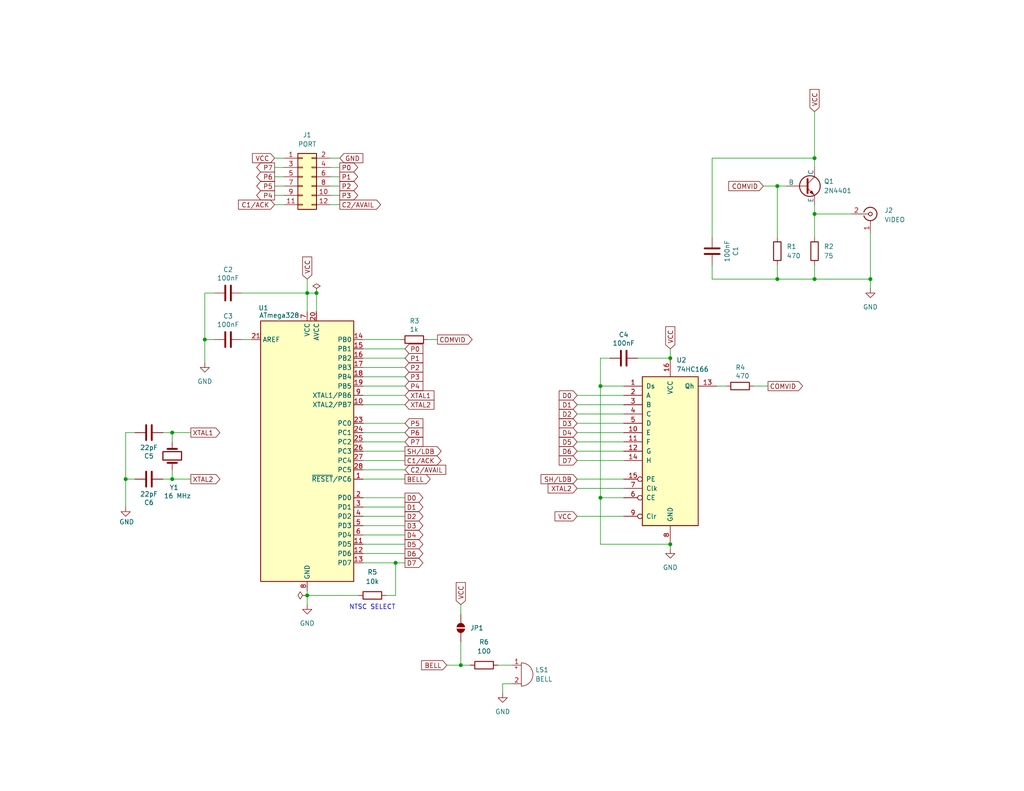
<source format=kicad_sch>
(kicad_sch (version 20250114) (generator "eeschema") (generator_version "9.0")
  (paper "USLetter")
  (title_block (title "6502 Output Helper") (date "2025-12-05") (rev "1.0") (company "A.C. Wright Design"))
  (lib_symbols
    (symbol "6502 Parts:PJRAN1X1U04X" (pin_names (offset 1.016) (hide yes)) (in_bom no)
      (property "Reference" "J" (at 0.254 3.048 0))
      (property "Value" "PJRAN1X1U04X" (at 2.921 0 90))
      (symbol "PJRAN1X1U04X_0_1"
        (polyline (pts (xy -2.54 0) (xy -0.508 0)))
        (arc (start 1.778 0) (mid 0.222 -1.8079) (end -1.778 -0.508) (stroke (width 0.254)))
        (arc (start -1.778 0.508) (mid 0.2221 1.8084) (end 1.778 0) (stroke (width 0.254)))
        (circle (center 0 0) (radius 0.508) (stroke (width 0.2032)))
        (polyline (pts (xy 0 -2.54) (xy 0 -1.778)))
      )
      (symbol "PJRAN1X1U04X_1_1"
        (pin passive line (at -5.08 0 0) (length 2.54) (name "In") (number "2"))
        (pin passive line (at 0 -5.08 90) (length 2.54) (name "Ext") (number "1"))
      )
    )
    (symbol "74xx:74LS166" (pin_names (offset 1.016))
      (property "Reference" "U" (at -7.62 21.59 0))
      (property "Value" "74LS166" (at -7.62 -21.59 0))
      (symbol "74LS166_1_0"
        (pin input line (at -12.7 17.78 0) (length 5.08) (name "Ds") (number "1"))
        (pin input line (at -12.7 15.24 0) (length 5.08) (name "A") (number "2"))
        (pin input line (at -12.7 12.7 0) (length 5.08) (name "B") (number "3"))
        (pin input line (at -12.7 10.16 0) (length 5.08) (name "C") (number "4"))
        (pin input line (at -12.7 7.62 0) (length 5.08) (name "D") (number "5"))
        (pin input line (at -12.7 5.08 0) (length 5.08) (name "E") (number "10"))
        (pin input line (at -12.7 2.54 0) (length 5.08) (name "F") (number "11"))
        (pin input line (at -12.7 0 0) (length 5.08) (name "G") (number "12"))
        (pin input line (at -12.7 -2.54 0) (length 5.08) (name "H") (number "14"))
        (pin input inverted (at -12.7 -7.62 0) (length 5.08) (name "PE") (number "15"))
        (pin input line (at -12.7 -10.16 0) (length 5.08) (name "Clk") (number "7"))
        (pin input inverted (at -12.7 -12.7 0) (length 5.08) (name "CE") (number "6"))
        (pin input inverted (at -12.7 -17.78 0) (length 5.08) (name "Clr") (number "9"))
        (pin power_in line (at 0 25.4 270) (length 5.08) (name "VCC") (number "16"))
        (pin power_in line (at 0 -25.4 90) (length 5.08) (name "GND") (number "8"))
        (pin output line (at 12.7 17.78 180) (length 5.08) (name "Qh") (number "13"))
      )
      (symbol "74LS166_1_1"
        (rectangle (start -7.62 20.32) (end 7.62 -20.32) (stroke (width 0.254)) (fill (type background)))
      )
    )
    (symbol "Connector_Generic:Conn_02x06_Odd_Even" (pin_names (offset 1.016) (hide yes))
      (property "Reference" "J" (at 1.27 7.62 0))
      (property "Value" "Conn_02x06_Odd_Even" (at 1.27 -10.16 0))
      (symbol "Conn_02x06_Odd_Even_1_1"
        (rectangle (start -1.27 6.35) (end 3.81 -8.89) (stroke (width 0.254)) (fill (type background)))
        (rectangle (start -1.27 5.207) (end 0 4.953) (stroke (width 0.1524)))
        (rectangle (start -1.27 2.667) (end 0 2.413) (stroke (width 0.1524)))
        (rectangle (start -1.27 0.127) (end 0 -0.127) (stroke (width 0.1524)))
        (rectangle (start -1.27 -2.413) (end 0 -2.667) (stroke (width 0.1524)))
        (rectangle (start -1.27 -4.953) (end 0 -5.207) (stroke (width 0.1524)))
        (rectangle (start -1.27 -7.493) (end 0 -7.747) (stroke (width 0.1524)))
        (rectangle (start 3.81 5.207) (end 2.54 4.953) (stroke (width 0.1524)))
        (rectangle (start 3.81 2.667) (end 2.54 2.413) (stroke (width 0.1524)))
        (rectangle (start 3.81 0.127) (end 2.54 -0.127) (stroke (width 0.1524)))
        (rectangle (start 3.81 -2.413) (end 2.54 -2.667) (stroke (width 0.1524)))
        (rectangle (start 3.81 -4.953) (end 2.54 -5.207) (stroke (width 0.1524)))
        (rectangle (start 3.81 -7.493) (end 2.54 -7.747) (stroke (width 0.1524)))
        (pin passive line (at -5.08 5.08 0) (length 3.81) (name "Pin_1") (number "1"))
        (pin passive line (at -5.08 2.54 0) (length 3.81) (name "Pin_3") (number "3"))
        (pin passive line (at -5.08 0 0) (length 3.81) (name "Pin_5") (number "5"))
        (pin passive line (at -5.08 -2.54 0) (length 3.81) (name "Pin_7") (number "7"))
        (pin passive line (at -5.08 -5.08 0) (length 3.81) (name "Pin_9") (number "9"))
        (pin passive line (at -5.08 -7.62 0) (length 3.81) (name "Pin_11") (number "11"))
        (pin passive line (at 7.62 5.08 180) (length 3.81) (name "Pin_2") (number "2"))
        (pin passive line (at 7.62 2.54 180) (length 3.81) (name "Pin_4") (number "4"))
        (pin passive line (at 7.62 0 180) (length 3.81) (name "Pin_6") (number "6"))
        (pin passive line (at 7.62 -2.54 180) (length 3.81) (name "Pin_8") (number "8"))
        (pin passive line (at 7.62 -5.08 180) (length 3.81) (name "Pin_10") (number "10"))
        (pin passive line (at 7.62 -7.62 180) (length 3.81) (name "Pin_12") (number "12"))
      )
    )
    (symbol "Device:Buzzer" (pin_names (offset 0.0254) (hide yes))
      (property "Reference" "BZ" (at 3.81 1.27 0))
      (property "Value" "Buzzer" (at 3.81 -1.27 0))
      (symbol "Buzzer_0_1"
        (polyline (pts (xy -1.651 1.905) (xy -1.143 1.905)))
        (polyline (pts (xy -1.397 2.159) (xy -1.397 1.651)))
        (arc (start 0 3.175) (mid 3.1612 0) (end 0 -3.175))
        (polyline (pts (xy 0 3.175) (xy 0 -3.175)))
      )
      (symbol "Buzzer_1_1"
        (pin passive line (at -2.54 2.54 0) (length 2.54) (name "+") (number "1"))
        (pin passive line (at -2.54 -2.54 0) (length 2.54) (name "-") (number "2"))
      )
    )
    (symbol "Device:C" (pin_numbers (hide yes)) (pin_names (offset 0.254))
      (property "Reference" "C" (at 0.635 2.54 0))
      (property "Value" "C" (at 0.635 -2.54 0))
      (symbol "C_0_1"
        (polyline (pts (xy -2.032 0.762) (xy 2.032 0.762)) (stroke (width 0.508)))
        (polyline (pts (xy -2.032 -0.762) (xy 2.032 -0.762)) (stroke (width 0.508)))
      )
      (symbol "C_1_1"
        (pin passive line (at 0 3.81 270) (length 2.794) (name "~") (number "1"))
        (pin passive line (at 0 -3.81 90) (length 2.794) (name "~") (number "2"))
      )
    )
    (symbol "Device:Crystal" (pin_numbers (hide yes)) (pin_names (offset 1.016) (hide yes))
      (property "Reference" "Y" (at 0 3.81 0))
      (property "Value" "Crystal" (at 0 -3.81 0))
      (symbol "Crystal_0_1"
        (polyline (pts (xy -2.54 0) (xy -1.905 0)))
        (polyline (pts (xy -1.905 -1.27) (xy -1.905 1.27)) (stroke (width 0.508)))
        (rectangle (start -1.143 2.54) (end 1.143 -2.54) (stroke (width 0.3048)))
        (polyline (pts (xy 1.905 -1.27) (xy 1.905 1.27)) (stroke (width 0.508)))
        (polyline (pts (xy 2.54 0) (xy 1.905 0)))
      )
      (symbol "Crystal_1_1"
        (pin passive line (at -3.81 0 0) (length 1.27) (name "1") (number "1"))
        (pin passive line (at 3.81 0 180) (length 1.27) (name "2") (number "2"))
      )
    )
    (symbol "Device:R" (pin_numbers (hide yes)) (pin_names (offset 0))
      (property "Reference" "R" (at 2.032 0 90))
      (property "Value" "R" (at 0 0 90))
      (symbol "R_0_1"
        (rectangle (start -1.016 -2.54) (end 1.016 2.54) (stroke (width 0.254)))
      )
      (symbol "R_1_1"
        (pin passive line (at 0 3.81 270) (length 1.27) (name "~") (number "1"))
        (pin passive line (at 0 -3.81 90) (length 1.27) (name "~") (number "2"))
      )
    )
    (symbol "Jumper:SolderJumper_2_Open" (pin_numbers (hide yes)) (pin_names (offset 0) (hide yes)) (in_bom no)
      (property "Reference" "JP" (at 0 2.032 0))
      (property "Value" "SolderJumper_2_Open" (at 0 -2.54 0))
      (symbol "SolderJumper_2_Open_0_1"
        (polyline (pts (xy -0.254 1.016) (xy -0.254 -1.016)))
        (arc (start -0.254 -1.016) (mid -1.2656 0) (end -0.254 1.016))
        (arc (start -0.254 -1.016) (mid -1.2656 0) (end -0.254 1.016) (fill (type outline)))
        (arc (start 0.254 1.016) (mid 1.2656 0) (end 0.254 -1.016))
        (arc (start 0.254 1.016) (mid 1.2656 0) (end 0.254 -1.016) (fill (type outline)))
        (polyline (pts (xy 0.254 1.016) (xy 0.254 -1.016)))
      )
      (symbol "SolderJumper_2_Open_1_1"
        (pin passive line (at -3.81 0 0) (length 2.54) (name "A") (number "1"))
        (pin passive line (at 3.81 0 180) (length 2.54) (name "B") (number "2"))
      )
    )
    (symbol "MCU_Microchip_ATmega:ATmega328-P"
      (property "Reference" "U" (at -12.7 36.83 0))
      (property "Value" "ATmega328-P" (at 2.54 -36.83 0))
      (symbol "ATmega328-P_0_1"
        (rectangle (start -12.7 -35.56) (end 12.7 35.56) (stroke (width 0.254)) (fill (type background)))
      )
      (symbol "ATmega328-P_1_1"
        (pin passive line (at -15.24 30.48 0) (length 2.54) (name "AREF") (number "21"))
        (pin power_in line (at 0 38.1 270) (length 2.54) (name "VCC") (number "7"))
        (pin passive line (at 0 -38.1 90) (length 2.54) (hide yes) (name "GND") (number "22"))
        (pin power_in line (at 0 -38.1 90) (length 2.54) (name "GND") (number "8"))
        (pin power_in line (at 2.54 38.1 270) (length 2.54) (name "AVCC") (number "20"))
        (pin bidirectional line (at 15.24 30.48 180) (length 2.54) (name "PB0") (number "14"))
        (pin bidirectional line (at 15.24 27.94 180) (length 2.54) (name "PB1") (number "15"))
        (pin bidirectional line (at 15.24 25.4 180) (length 2.54) (name "PB2") (number "16"))
        (pin bidirectional line (at 15.24 22.86 180) (length 2.54) (name "PB3") (number "17"))
        (pin bidirectional line (at 15.24 20.32 180) (length 2.54) (name "PB4") (number "18"))
        (pin bidirectional line (at 15.24 17.78 180) (length 2.54) (name "PB5") (number "19"))
        (pin bidirectional line (at 15.24 15.24 180) (length 2.54) (name "XTAL1/PB6") (number "9"))
        (pin bidirectional line (at 15.24 12.7 180) (length 2.54) (name "XTAL2/PB7") (number "10"))
        (pin bidirectional line (at 15.24 7.62 180) (length 2.54) (name "PC0") (number "23"))
        (pin bidirectional line (at 15.24 5.08 180) (length 2.54) (name "PC1") (number "24"))
        (pin bidirectional line (at 15.24 2.54 180) (length 2.54) (name "PC2") (number "25"))
        (pin bidirectional line (at 15.24 0 180) (length 2.54) (name "PC3") (number "26"))
        (pin bidirectional line (at 15.24 -2.54 180) (length 2.54) (name "PC4") (number "27"))
        (pin bidirectional line (at 15.24 -5.08 180) (length 2.54) (name "PC5") (number "28"))
        (pin bidirectional line (at 15.24 -7.62 180) (length 2.54) (name "~{RESET}/PC6") (number "1"))
        (pin bidirectional line (at 15.24 -12.7 180) (length 2.54) (name "PD0") (number "2"))
        (pin bidirectional line (at 15.24 -15.24 180) (length 2.54) (name "PD1") (number "3"))
        (pin bidirectional line (at 15.24 -17.78 180) (length 2.54) (name "PD2") (number "4"))
        (pin bidirectional line (at 15.24 -20.32 180) (length 2.54) (name "PD3") (number "5"))
        (pin bidirectional line (at 15.24 -22.86 180) (length 2.54) (name "PD4") (number "6"))
        (pin bidirectional line (at 15.24 -25.4 180) (length 2.54) (name "PD5") (number "11"))
        (pin bidirectional line (at 15.24 -27.94 180) (length 2.54) (name "PD6") (number "12"))
        (pin bidirectional line (at 15.24 -30.48 180) (length 2.54) (name "PD7") (number "13"))
      )
    )
    (symbol "Simulation_SPICE:NPN" (pin_numbers (hide yes)) (pin_names (offset 0))
      (property "Reference" "Q" (at -2.54 7.62 0))
      (property "Value" "NPN" (at -2.54 5.08 0))
      (symbol "NPN_0_1"
        (polyline (pts (xy -2.54 0) (xy 0.635 0)) (stroke (width 0.1524)))
        (polyline (pts (xy 0.635 1.905) (xy 0.635 -1.905) (xy 0.635 -1.905)) (stroke (width 0.508)))
        (polyline (pts (xy 0.635 0.635) (xy 2.54 2.54)))
        (polyline (pts (xy 0.635 -0.635) (xy 2.54 -2.54) (xy 2.54 -2.54)))
        (circle (center 1.27 0) (radius 2.8194) (stroke (width 0.254)))
        (polyline (pts (xy 1.27 -1.778) (xy 1.778 -1.27) (xy 2.286 -2.286) (xy 1.27 -1.778) (xy 1.27 -1.778)) (fill (type outline)))
        (polyline (pts (xy 2.794 -1.27) (xy 2.794 -1.27)) (stroke (width 0.1524)))
        (polyline (pts (xy 2.794 -1.27) (xy 2.794 -1.27)) (stroke (width 0.1524)))
      )
      (symbol "NPN_1_1"
        (pin input line (at -5.08 0 0) (length 2.54) (name "B") (number "2"))
        (pin open_collector line (at 2.54 5.08 270) (length 2.54) (name "C") (number "1"))
        (pin open_emitter line (at 2.54 -5.08 90) (length 2.54) (name "E") (number "3"))
      )
    )
    (symbol "power:GND" (power) (pin_numbers (hide yes)) (pin_names (offset 0) (hide yes))
      (property "Value" "GND" (at 0 -3.81 0))
      (symbol "GND_0_1"
        (polyline (pts (xy 0 0) (xy 0 -1.27) (xy 1.27 -1.27) (xy 0 -2.54) (xy -1.27 -1.27) (xy 0 -1.27)))
      )
      (symbol "GND_1_1"
        (pin power_in line (at 0 0 270) (length 0) (name "~") (number "1"))
      )
    )
    (symbol "power:PWR_FLAG" (power) (pin_numbers (hide yes)) (pin_names (offset 0) (hide yes))
      (property "Value" "PWR_FLAG" (at 0 3.81 0))
      (symbol "PWR_FLAG_0_0"
        (pin power_out line (at 0 0 90) (length 0) (name "~") (number "1"))
      )
      (symbol "PWR_FLAG_0_1"
        (polyline (pts (xy 0 0) (xy 0 1.27) (xy -1.016 1.905) (xy 0 2.54) (xy 1.016 1.905) (xy 0 1.27)))
      )
    )
  )
  (text "NTSC SELECT" (at 101.6 165.862 0) (effects (font (size 1.27 1.27))))
  (junction (at 83.82 162.56))
  (junction (at 125.73 181.61))
  (junction (at 163.83 135.89))
  (junction (at 212.09 50.8))
  (junction (at 163.83 105.41))
  (junction (at 182.88 97.79))
  (junction (at 46.99 130.81))
  (junction (at 222.25 76.2))
  (junction (at 222.25 58.42))
  (junction (at 182.88 148.59))
  (junction (at 34.29 130.81))
  (junction (at 222.25 43.18))
  (junction (at 237.49 76.2))
  (junction (at 46.99 118.11))
  (junction (at 86.36 80.01))
  (junction (at 55.88 92.71))
  (junction (at 107.95 153.67))
  (junction (at 212.09 76.2))
  (junction (at 83.82 80.01))
  (wire (pts (xy 99.06 115.57) (xy 110.49 115.57)))
  (wire (pts (xy 214.63 50.8) (xy 212.09 50.8)))
  (wire (pts (xy 222.25 58.42) (xy 232.41 58.42)))
  (wire (pts (xy 74.93 43.18) (xy 77.47 43.18)))
  (wire (pts (xy 157.48 115.57) (xy 170.18 115.57)))
  (wire (pts (xy 90.17 55.88) (xy 92.71 55.88)))
  (wire (pts (xy 222.25 76.2) (xy 237.49 76.2)))
  (wire (pts (xy 173.99 97.79) (xy 182.88 97.79)))
  (wire (pts (xy 36.83 118.11) (xy 34.29 118.11)))
  (wire (pts (xy 74.93 48.26) (xy 77.47 48.26)))
  (wire (pts (xy 46.99 128.27) (xy 46.99 130.81)))
  (wire (pts (xy 34.29 138.43) (xy 34.29 130.81)))
  (wire (pts (xy 46.99 130.81) (xy 44.45 130.81)))
  (wire (pts (xy 157.48 110.49) (xy 170.18 110.49)))
  (wire (pts (xy 116.84 92.71) (xy 119.38 92.71)))
  (wire (pts (xy 135.89 181.61) (xy 139.7 181.61)))
  (wire (pts (xy 194.31 64.77) (xy 194.31 43.18)))
  (wire (pts (xy 212.09 50.8) (xy 212.09 64.77)))
  (wire (pts (xy 212.09 72.39) (xy 212.09 76.2)))
  (wire (pts (xy 34.29 130.81) (xy 36.83 130.81)))
  (wire (pts (xy 99.06 153.67) (xy 107.95 153.67)))
  (wire (pts (xy 163.83 105.41) (xy 163.83 135.89)))
  (wire (pts (xy 66.04 80.01) (xy 83.82 80.01)))
  (wire (pts (xy 194.31 43.18) (xy 222.25 43.18)))
  (wire (pts (xy 99.06 107.95) (xy 110.49 107.95)))
  (wire (pts (xy 99.06 120.65) (xy 110.49 120.65)))
  (wire (pts (xy 99.06 148.59) (xy 110.49 148.59)))
  (wire (pts (xy 237.49 76.2) (xy 237.49 78.74)))
  (wire (pts (xy 222.25 58.42) (xy 222.25 64.77)))
  (wire (pts (xy 157.48 140.97) (xy 170.18 140.97)))
  (wire (pts (xy 99.06 143.51) (xy 110.49 143.51)))
  (wire (pts (xy 52.07 118.11) (xy 46.99 118.11)))
  (wire (pts (xy 107.95 162.56) (xy 107.95 153.67)))
  (wire (pts (xy 125.73 165.1) (xy 125.73 167.64)))
  (wire (pts (xy 66.04 92.71) (xy 68.58 92.71)))
  (wire (pts (xy 83.82 76.2) (xy 83.82 80.01)))
  (wire (pts (xy 90.17 48.26) (xy 92.71 48.26)))
  (wire (pts (xy 34.29 130.81) (xy 34.29 118.11)))
  (wire (pts (xy 74.93 55.88) (xy 77.47 55.88)))
  (wire (pts (xy 99.06 100.33) (xy 110.49 100.33)))
  (wire (pts (xy 99.06 97.79) (xy 110.49 97.79)))
  (wire (pts (xy 46.99 118.11) (xy 44.45 118.11)))
  (wire (pts (xy 222.25 30.48) (xy 222.25 43.18)))
  (wire (pts (xy 107.95 153.67) (xy 110.49 153.67)))
  (wire (pts (xy 194.31 76.2) (xy 212.09 76.2)))
  (wire (pts (xy 99.06 105.41) (xy 110.49 105.41)))
  (wire (pts (xy 195.58 105.41) (xy 198.12 105.41)))
  (wire (pts (xy 163.83 148.59) (xy 182.88 148.59)))
  (wire (pts (xy 212.09 76.2) (xy 222.25 76.2)))
  (wire (pts (xy 222.25 72.39) (xy 222.25 76.2)))
  (wire (pts (xy 157.48 113.03) (xy 170.18 113.03)))
  (wire (pts (xy 74.93 45.72) (xy 77.47 45.72)))
  (wire (pts (xy 99.06 135.89) (xy 110.49 135.89)))
  (wire (pts (xy 83.82 80.01) (xy 83.82 85.09)))
  (wire (pts (xy 83.82 162.56) (xy 97.79 162.56)))
  (wire (pts (xy 86.36 80.01) (xy 86.36 85.09)))
  (wire (pts (xy 182.88 148.59) (xy 182.88 149.86)))
  (wire (pts (xy 137.16 189.23) (xy 137.16 186.69)))
  (wire (pts (xy 55.88 92.71) (xy 58.42 92.71)))
  (wire (pts (xy 157.48 120.65) (xy 170.18 120.65)))
  (wire (pts (xy 74.93 50.8) (xy 77.47 50.8)))
  (wire (pts (xy 157.48 118.11) (xy 170.18 118.11)))
  (wire (pts (xy 90.17 45.72) (xy 92.71 45.72)))
  (wire (pts (xy 90.17 43.18) (xy 92.71 43.18)))
  (wire (pts (xy 194.31 72.39) (xy 194.31 76.2)))
  (wire (pts (xy 157.48 125.73) (xy 170.18 125.73)))
  (wire (pts (xy 55.88 92.71) (xy 55.88 80.01)))
  (wire (pts (xy 52.07 130.81) (xy 46.99 130.81)))
  (wire (pts (xy 157.48 130.81) (xy 170.18 130.81)))
  (wire (pts (xy 99.06 102.87) (xy 110.49 102.87)))
  (wire (pts (xy 109.22 92.71) (xy 99.06 92.71)))
  (wire (pts (xy 205.74 105.41) (xy 209.55 105.41)))
  (wire (pts (xy 99.06 128.27) (xy 110.49 128.27)))
  (wire (pts (xy 99.06 146.05) (xy 110.49 146.05)))
  (wire (pts (xy 105.41 162.56) (xy 107.95 162.56)))
  (wire (pts (xy 125.73 181.61) (xy 128.27 181.61)))
  (wire (pts (xy 163.83 97.79) (xy 163.83 105.41)))
  (wire (pts (xy 83.82 162.56) (xy 83.82 165.1)))
  (wire (pts (xy 222.25 43.18) (xy 222.25 45.72)))
  (wire (pts (xy 83.82 161.29) (xy 83.82 162.56)))
  (wire (pts (xy 99.06 140.97) (xy 110.49 140.97)))
  (wire (pts (xy 137.16 186.69) (xy 139.7 186.69)))
  (wire (pts (xy 99.06 130.81) (xy 110.49 130.81)))
  (wire (pts (xy 166.37 97.79) (xy 163.83 97.79)))
  (wire (pts (xy 170.18 105.41) (xy 163.83 105.41)))
  (wire (pts (xy 208.28 50.8) (xy 212.09 50.8)))
  (wire (pts (xy 163.83 135.89) (xy 163.83 148.59)))
  (wire (pts (xy 99.06 138.43) (xy 110.49 138.43)))
  (wire (pts (xy 99.06 123.19) (xy 110.49 123.19)))
  (wire (pts (xy 99.06 95.25) (xy 110.49 95.25)))
  (wire (pts (xy 99.06 110.49) (xy 110.49 110.49)))
  (wire (pts (xy 99.06 151.13) (xy 110.49 151.13)))
  (wire (pts (xy 46.99 120.65) (xy 46.99 118.11)))
  (wire (pts (xy 237.49 63.5) (xy 237.49 76.2)))
  (wire (pts (xy 121.92 181.61) (xy 125.73 181.61)))
  (wire (pts (xy 222.25 55.88) (xy 222.25 58.42)))
  (wire (pts (xy 157.48 123.19) (xy 170.18 123.19)))
  (wire (pts (xy 90.17 53.34) (xy 92.71 53.34)))
  (wire (pts (xy 157.48 107.95) (xy 170.18 107.95)))
  (wire (pts (xy 99.06 118.11) (xy 110.49 118.11)))
  (wire (pts (xy 182.88 95.25) (xy 182.88 97.79)))
  (wire (pts (xy 157.48 133.35) (xy 170.18 133.35)))
  (wire (pts (xy 55.88 80.01) (xy 58.42 80.01)))
  (wire (pts (xy 90.17 50.8) (xy 92.71 50.8)))
  (wire (pts (xy 55.88 99.06) (xy 55.88 92.71)))
  (wire (pts (xy 86.36 80.01) (xy 83.82 80.01)))
  (wire (pts (xy 99.06 125.73) (xy 110.49 125.73)))
  (wire (pts (xy 74.93 53.34) (xy 77.47 53.34)))
  (wire (pts (xy 163.83 135.89) (xy 170.18 135.89)))
  (wire (pts (xy 125.73 175.26) (xy 125.73 181.61)))
  (global_label "VCC" (shape input) (at 83.82 76.2 90) (property "Intersheetrefs" "${INTERSHEET_REFS}" (effects (hide yes))))
  (global_label "C1{slash}ACK" (shape input) (at 74.93 55.88 180) (property "Intersheetrefs" "${INTERSHEET_REFS}" (effects (hide yes))))
  (global_label "GND" (shape input) (at 92.71 43.18 0) (property "Intersheetrefs" "${INTERSHEET_REFS}" (effects (hide yes))))
  (global_label "VCC" (shape input) (at 222.25 30.48 90) (property "Intersheetrefs" "${INTERSHEET_REFS}" (effects (hide yes))))
  (global_label "SH{slash}LDB" (shape output) (at 110.49 123.19 0) (property "Intersheetrefs" "${INTERSHEET_REFS}" (effects (hide yes))))
  (global_label "D0" (shape output) (at 110.49 135.89 0) (property "Intersheetrefs" "${INTERSHEET_REFS}" (effects (hide yes))))
  (global_label "P1" (shape output) (at 92.71 48.26 0) (property "Intersheetrefs" "${INTERSHEET_REFS}" (effects (hide yes))))
  (global_label "D3" (shape output) (at 110.49 143.51 0) (property "Intersheetrefs" "${INTERSHEET_REFS}" (effects (hide yes))))
  (global_label "P0" (shape input) (at 110.49 95.25 0) (property "Intersheetrefs" "${INTERSHEET_REFS}" (effects (hide yes))))
  (global_label "XTAL1" (shape input) (at 110.49 107.95 0) (property "Intersheetrefs" "${INTERSHEET_REFS}" (effects (hide yes))))
  (global_label "BELL" (shape input) (at 121.92 181.61 180) (property "Intersheetrefs" "${INTERSHEET_REFS}" (effects (hide yes))))
  (global_label "COMVID" (shape input) (at 208.28 50.8 180) (property "Intersheetrefs" "${INTERSHEET_REFS}" (effects (hide yes))))
  (global_label "D6" (shape output) (at 110.49 151.13 0) (property "Intersheetrefs" "${INTERSHEET_REFS}" (effects (hide yes))))
  (global_label "D7" (shape input) (at 157.48 125.73 180) (property "Intersheetrefs" "${INTERSHEET_REFS}" (effects (hide yes))))
  (global_label "D1" (shape input) (at 157.48 110.49 180) (property "Intersheetrefs" "${INTERSHEET_REFS}" (effects (hide yes))))
  (global_label "P6" (shape output) (at 74.93 48.26 180) (property "Intersheetrefs" "${INTERSHEET_REFS}" (effects (hide yes))))
  (global_label "P2" (shape input) (at 110.49 100.33 0) (property "Intersheetrefs" "${INTERSHEET_REFS}" (effects (hide yes))))
  (global_label "D7" (shape output) (at 110.49 153.67 0) (property "Intersheetrefs" "${INTERSHEET_REFS}" (effects (hide yes))))
  (global_label "C1{slash}ACK" (shape output) (at 110.49 125.73 0) (property "Intersheetrefs" "${INTERSHEET_REFS}" (effects (hide yes))))
  (global_label "P1" (shape input) (at 110.49 97.79 0) (property "Intersheetrefs" "${INTERSHEET_REFS}" (effects (hide yes))))
  (global_label "D5" (shape output) (at 110.49 148.59 0) (property "Intersheetrefs" "${INTERSHEET_REFS}" (effects (hide yes))))
  (global_label "D0" (shape input) (at 157.48 107.95 180) (property "Intersheetrefs" "${INTERSHEET_REFS}" (effects (hide yes))))
  (global_label "P4" (shape input) (at 110.49 105.41 0) (property "Intersheetrefs" "${INTERSHEET_REFS}" (effects (hide yes))))
  (global_label "VCC" (shape input) (at 125.73 165.1 90) (property "Intersheetrefs" "${INTERSHEET_REFS}" (effects (hide yes))))
  (global_label "P7" (shape input) (at 110.49 120.65 0) (property "Intersheetrefs" "${INTERSHEET_REFS}" (effects (hide yes))))
  (global_label "D6" (shape input) (at 157.48 123.19 180) (property "Intersheetrefs" "${INTERSHEET_REFS}" (effects (hide yes))))
  (global_label "XTAL2" (shape output) (at 52.07 130.81 0) (property "Intersheetrefs" "${INTERSHEET_REFS}" (effects (hide yes))))
  (global_label "BELL" (shape output) (at 110.49 130.81 0) (property "Intersheetrefs" "${INTERSHEET_REFS}" (effects (hide yes))))
  (global_label "VCC" (shape input) (at 157.48 140.97 180) (property "Intersheetrefs" "${INTERSHEET_REFS}" (effects (hide yes))))
  (global_label "D2" (shape input) (at 157.48 113.03 180) (property "Intersheetrefs" "${INTERSHEET_REFS}" (effects (hide yes))))
  (global_label "D4" (shape input) (at 157.48 118.11 180) (property "Intersheetrefs" "${INTERSHEET_REFS}" (effects (hide yes))))
  (global_label "D1" (shape output) (at 110.49 138.43 0) (property "Intersheetrefs" "${INTERSHEET_REFS}" (effects (hide yes))))
  (global_label "D3" (shape input) (at 157.48 115.57 180) (property "Intersheetrefs" "${INTERSHEET_REFS}" (effects (hide yes))))
  (global_label "XTAL2" (shape input) (at 110.49 110.49 0) (property "Intersheetrefs" "${INTERSHEET_REFS}" (effects (hide yes))))
  (global_label "D2" (shape output) (at 110.49 140.97 0) (property "Intersheetrefs" "${INTERSHEET_REFS}" (effects (hide yes))))
  (global_label "SH{slash}LDB" (shape input) (at 157.48 130.81 180) (property "Intersheetrefs" "${INTERSHEET_REFS}" (effects (hide yes))))
  (global_label "P4" (shape output) (at 74.93 53.34 180) (property "Intersheetrefs" "${INTERSHEET_REFS}" (effects (hide yes))))
  (global_label "P0" (shape output) (at 92.71 45.72 0) (property "Intersheetrefs" "${INTERSHEET_REFS}" (effects (hide yes))))
  (global_label "P5" (shape output) (at 74.93 50.8 180) (property "Intersheetrefs" "${INTERSHEET_REFS}" (effects (hide yes))))
  (global_label "P7" (shape output) (at 74.93 45.72 180) (property "Intersheetrefs" "${INTERSHEET_REFS}" (effects (hide yes))))
  (global_label "XTAL2" (shape input) (at 157.48 133.35 180) (property "Intersheetrefs" "${INTERSHEET_REFS}" (effects (hide yes))))
  (global_label "P5" (shape input) (at 110.49 115.57 0) (property "Intersheetrefs" "${INTERSHEET_REFS}" (effects (hide yes))))
  (global_label "P2" (shape output) (at 92.71 50.8 0) (property "Intersheetrefs" "${INTERSHEET_REFS}" (effects (hide yes))))
  (global_label "C2{slash}AVAIL" (shape input) (at 110.49 128.27 0) (property "Intersheetrefs" "${INTERSHEET_REFS}" (effects (hide yes))))
  (global_label "VCC" (shape input) (at 74.93 43.18 180) (property "Intersheetrefs" "${INTERSHEET_REFS}" (effects (hide yes))))
  (global_label "XTAL1" (shape output) (at 52.07 118.11 0) (property "Intersheetrefs" "${INTERSHEET_REFS}" (effects (hide yes))))
  (global_label "VCC" (shape input) (at 182.88 95.25 90) (property "Intersheetrefs" "${INTERSHEET_REFS}" (effects (hide yes))))
  (global_label "COMVID" (shape output) (at 119.38 92.71 0) (property "Intersheetrefs" "${INTERSHEET_REFS}" (effects (hide yes))))
  (global_label "C2{slash}AVAIL" (shape output) (at 92.71 55.88 0) (property "Intersheetrefs" "${INTERSHEET_REFS}" (effects (hide yes))))
  (global_label "D5" (shape input) (at 157.48 120.65 180) (property "Intersheetrefs" "${INTERSHEET_REFS}" (effects (hide yes))))
  (global_label "COMVID" (shape output) (at 209.55 105.41 0) (property "Intersheetrefs" "${INTERSHEET_REFS}" (effects (hide yes))))
  (global_label "P6" (shape input) (at 110.49 118.11 0) (property "Intersheetrefs" "${INTERSHEET_REFS}" (effects (hide yes))))
  (global_label "D4" (shape output) (at 110.49 146.05 0) (property "Intersheetrefs" "${INTERSHEET_REFS}" (effects (hide yes))))
  (global_label "P3" (shape input) (at 110.49 102.87 0) (property "Intersheetrefs" "${INTERSHEET_REFS}" (effects (hide yes))))
  (global_label "P3" (shape output) (at 92.71 53.34 0) (property "Intersheetrefs" "${INTERSHEET_REFS}" (effects (hide yes))))
  (symbol (lib_id "power:GND") (at 237.49 78.74 0) (unit 1)
    (property "Reference" "#PWR01" (effects (hide yes)))
    (property "Value" "GND" (at 237.49 83.82 0))
    (property "Description" "Power symbol creates a global label with name \"GND\" , ground" (effects (hide yes)))
  )
  (symbol (lib_id "6502 Parts:PJRAN1X1U04X") (at 237.49 58.42 0) (unit 1) (in_bom no)
    (property "Reference" "J2" (at 241.3 57.4431 0) (effects (justify left)))
    (property "Value" "VIDEO" (at 241.3 59.9831 0) (effects (justify left)))
    (property "Footprint" "6502 Parts:SWITCHCRAFT_PJRAN1X1U04X" (effects (hide yes)))
    (property "Datasheet" "https://www.switchcraft.com/assets/1/24/pjran1x1u__x_series_cd.pdf?4664" (effects (hide yes)))
    (property "Description" "RCA Connector" (effects (hide yes)))
    (property "Digikey" "https://www.digikey.com/en/products/detail/switchcraft-inc/PJRAN1X1U04X/969899" (effects (hide yes)))
  )
  (symbol (lib_id "power:GND") (at 55.88 99.06 0) (unit 1)
    (property "Reference" "#PWR02" (effects (hide yes)))
    (property "Value" "GND" (at 55.88 104.14 0))
    (property "Description" "Power symbol creates a global label with name \"GND\" , ground" (effects (hide yes)))
  )
  (symbol (lib_id "Device:C") (at 40.64 130.81 270) (unit 1) (in_bom no)
    (property "Reference" "C6" (at 40.64 137.2108 90))
    (property "Value" "22pF" (at 40.64 134.8994 90))
    (property "Footprint" "Capacitor_THT:C_Disc_D5.0mm_W2.5mm_P2.50mm" (effects (hide yes)))
    (property "LCSC" "C107114" (effects (hide yes)))
  )
  (symbol (lib_id "Device:C") (at 170.18 97.79 90) (unit 1) (in_bom no)
    (property "Reference" "C4" (at 170.18 91.3892 90))
    (property "Value" "100nF" (at 170.18 93.7006 90))
    (property "Footprint" "Capacitor_THT:C_Disc_D5.0mm_W2.5mm_P2.50mm" (effects (hide yes)))
  )
  (symbol (lib_id "74xx:74LS166") (at 182.88 123.19 0) (unit 1)
    (property "Reference" "U2" (at 185.928 98.298 0))
    (property "Value" "74HC166" (at 188.976 100.838 0))
    (property "Footprint" "Package_DIP:DIP-16_W7.62mm_Socket_LongPads" (effects (hide yes)))
    (property "Datasheet" "http://www.ti.com/lit/gpn/sn74LS166" (effects (hide yes)))
    (property "Description" "Shift Register 8-bit, parallel load" (effects (hide yes)))
  )
  (symbol (lib_id "power:GND") (at 34.29 138.43 0) (unit 1)
    (property "Reference" "#PWR03" (effects (hide yes)))
    (property "Value" "GND" (at 32.512 142.494 0) (effects (justify left)))
    (property "Description" "Power symbol creates a global label with name \"GND\" , ground" (effects (hide yes)))
  )
  (symbol (lib_id "Device:C") (at 62.23 92.71 90) (unit 1) (in_bom no)
    (property "Reference" "C3" (at 62.23 86.3092 90))
    (property "Value" "100nF" (at 62.23 88.6206 90))
    (property "Footprint" "Capacitor_THT:C_Disc_D5.0mm_W2.5mm_P2.50mm" (effects (hide yes)))
  )
  (symbol (lib_id "Device:R") (at 113.03 92.71 270) (unit 1) (in_bom no)
    (property "Reference" "R3" (at 111.76 87.63 90) (effects (justify left)))
    (property "Value" "1k" (at 111.76 89.9414 90) (effects (justify left)))
    (property "Footprint" "Resistor_THT:R_Axial_DIN0204_L3.6mm_D1.6mm_P5.08mm_Horizontal" (effects (hide yes)))
    (property "Description" "Resistor" (effects (hide yes)))
  )
  (symbol (lib_id "Device:Buzzer") (at 142.24 184.15 0) (unit 1)
    (property "Reference" "LS1" (at 146.05 182.8799 0) (effects (justify left)))
    (property "Value" "BELL" (at 146.05 185.4199 0) (effects (justify left)))
    (property "Footprint" "Buzzer_Beeper:Buzzer_12x9.5RM7.6" (effects (hide yes)))
    (property "Description" "Buzzer, polarized" (effects (hide yes)))
  )
  (symbol (lib_id "Connector_Generic:Conn_02x06_Odd_Even") (at 82.55 48.26 0) (unit 1)
    (property "Reference" "J1" (at 83.82 36.83 0))
    (property "Value" "PORT" (at 83.82 39.37 0))
    (property "Footprint" "6502 Parts:6502 GPIO Connector" (effects (hide yes)))
    (property "Description" "Generic connector, double row, 02x06, odd/even pin numbering scheme (row 1 odd numbers, row 2 even numbers), script generated (kicad-library-utils/schlib/autogen/connector/)" (effects (hide yes)))
  )
  (symbol (lib_id "power:GND") (at 182.88 149.86 0) (unit 1)
    (property "Reference" "#PWR04" (effects (hide yes)))
    (property "Value" "GND" (at 182.88 154.94 0))
    (property "Description" "Power symbol creates a global label with name \"GND\" , ground" (effects (hide yes)))
  )
  (symbol (lib_id "power:PWR_FLAG") (at 83.82 162.56 90) (unit 1)
    (property "Reference" "#FLG02" (effects (hide yes)))
    (property "Value" "PWR_FLAG" (effects (hide yes)))
    (property "Description" "Special symbol for telling ERC where power comes from" (effects (hide yes)))
  )
  (symbol (lib_id "Device:R") (at 101.6 162.56 90) (unit 1)
    (property "Reference" "R5" (at 101.6 156.21 90))
    (property "Value" "10k" (at 101.6 158.75 90))
    (property "Footprint" "Resistor_THT:R_Axial_DIN0204_L3.6mm_D1.6mm_P5.08mm_Horizontal" (effects (hide yes)))
    (property "Description" "Resistor" (effects (hide yes)))
  )
  (symbol (lib_id "Device:R") (at 201.93 105.41 270) (unit 1) (in_bom no)
    (property "Reference" "R4" (at 200.66 100.33 90) (effects (justify left)))
    (property "Value" "470" (at 200.66 102.6414 90) (effects (justify left)))
    (property "Footprint" "Resistor_THT:R_Axial_DIN0204_L3.6mm_D1.6mm_P5.08mm_Horizontal" (effects (hide yes)))
    (property "Description" "Resistor" (effects (hide yes)))
  )
  (symbol (lib_id "MCU_Microchip_ATmega:ATmega328-P") (at 83.82 123.19 0) (unit 1)
    (property "Reference" "U1" (at 71.882 84.074 0))
    (property "Value" "ATmega328" (at 76.2 86.106 0))
    (property "Footprint" "Package_DIP:DIP-28_W7.62mm_Socket_LongPads" (effects (hide yes)))
    (property "Datasheet" "http://ww1.microchip.com/downloads/en/DeviceDoc/ATmega328_P%20AVR%20MCU%20with%20picoPower%20Technology%20Data%20Sheet%2040001984A.pdf" (effects (hide yes)))
    (property "Description" "20MHz, 32kB Flash, 2kB SRAM, 1kB EEPROM, DIP-28" (effects (hide yes)))
  )
  (symbol (lib_id "Jumper:SolderJumper_2_Open") (at 125.73 171.45 90) (unit 1) (in_bom no)
    (property "Reference" "JP1" (at 128.27 171.4499 90) (effects (justify right)))
    (property "Value" "RESET" (effects (hide yes)))
    (property "Footprint" "Jumper:SolderJumper-2_P1.3mm_Open_RoundedPad1.0x1.5mm" (effects (hide yes)))
    (property "Description" "Solder Jumper, 2-pole, open" (effects (hide yes)))
  )
  (symbol (lib_id "Device:R") (at 212.09 68.58 0) (unit 1)
    (property "Reference" "R1" (at 214.63 67.3099 0) (effects (justify left)))
    (property "Value" "470" (at 214.63 69.8499 0) (effects (justify left)))
    (property "Footprint" "Resistor_THT:R_Axial_DIN0204_L3.6mm_D1.6mm_P5.08mm_Horizontal" (effects (hide yes)))
    (property "Description" "Resistor" (effects (hide yes)))
  )
  (symbol (lib_id "power:PWR_FLAG") (at 86.36 80.01 0) (unit 1)
    (property "Reference" "#FLG01" (effects (hide yes)))
    (property "Value" "PWR_FLAG" (effects (hide yes)))
    (property "Description" "Special symbol for telling ERC where power comes from" (effects (hide yes)))
  )
  (symbol (lib_id "Device:R") (at 132.08 181.61 90) (unit 1)
    (property "Reference" "R6" (at 132.08 175.26 90))
    (property "Value" "100" (at 132.08 177.8 90))
    (property "Footprint" "Resistor_THT:R_Axial_DIN0204_L3.6mm_D1.6mm_P5.08mm_Horizontal" (effects (hide yes)))
    (property "Description" "Resistor" (effects (hide yes)))
  )
  (symbol (lib_id "Device:R") (at 222.25 68.58 0) (unit 1)
    (property "Reference" "R2" (at 224.79 67.3099 0) (effects (justify left)))
    (property "Value" "75" (at 224.79 69.8499 0) (effects (justify left)))
    (property "Footprint" "Resistor_THT:R_Axial_DIN0204_L3.6mm_D1.6mm_P5.08mm_Horizontal" (effects (hide yes)))
    (property "Description" "Resistor" (effects (hide yes)))
  )
  (symbol (lib_id "power:GND") (at 137.16 189.23 0) (unit 1)
    (property "Reference" "#PWR06" (effects (hide yes)))
    (property "Value" "GND" (at 137.16 194.31 0))
    (property "Description" "Power symbol creates a global label with name \"GND\" , ground" (effects (hide yes)))
  )
  (symbol (lib_id "Device:C") (at 62.23 80.01 90) (unit 1) (in_bom no)
    (property "Reference" "C2" (at 62.23 73.6092 90))
    (property "Value" "100nF" (at 62.23 75.9206 90))
    (property "Footprint" "Capacitor_THT:C_Disc_D5.0mm_W2.5mm_P2.50mm" (effects (hide yes)))
  )
  (symbol (lib_id "Device:C") (at 194.31 68.58 0) (unit 1)
    (property "Reference" "C1" (at 200.7108 68.58 90))
    (property "Value" "100nF" (at 198.3994 68.58 90))
    (property "Footprint" "Capacitor_THT:C_Disc_D5.0mm_W2.5mm_P2.50mm" (effects (hide yes)))
  )
  (symbol (lib_id "Simulation_SPICE:NPN") (at 219.71 50.8 0) (unit 1) (in_bom no)
    (property "Reference" "Q1" (at 224.79 49.5299 0) (effects (justify left)))
    (property "Value" "2N4401" (at 224.79 52.0699 0) (effects (justify left)))
    (property "Footprint" "Package_TO_SOT_THT:TO-92_HandSolder" (effects (hide yes)))
    (property "Datasheet" "https://ngspice.sourceforge.io/docs/ngspice-html-manual/manual.xhtml#cha_BJTs" (effects (hide yes)))
    (property "Description" "Bipolar transistor symbol for simulation only, substrate tied to the emitter" (effects (hide yes)))
    (property "Sim.Device" "NPN" (effects (hide yes)))
    (property "Sim.Type" "GUMMELPOON" (effects (hide yes)))
    (property "Sim.Pins" "1=C 2=B 3=E" (effects (hide yes)))
  )
  (symbol (lib_id "power:GND") (at 83.82 165.1 0) (unit 1)
    (property "Reference" "#PWR05" (effects (hide yes)))
    (property "Value" "GND" (at 83.82 170.18 0))
    (property "Description" "Power symbol creates a global label with name \"GND\" , ground" (effects (hide yes)))
  )
  (symbol (lib_id "Device:C") (at 40.64 118.11 270) (unit 1) (in_bom no)
    (property "Reference" "C5" (at 40.64 124.5108 90))
    (property "Value" "22pF" (at 40.64 122.1994 90))
    (property "Footprint" "Capacitor_THT:C_Disc_D5.0mm_W2.5mm_P2.50mm" (effects (hide yes)))
    (property "LCSC" "C107114" (effects (hide yes)))
  )
  (symbol (lib_id "Device:Crystal") (at 46.99 124.46 90) (unit 1) (in_bom no)
    (property "Reference" "Y1" (at 46.228 133.096 90) (effects (justify right)))
    (property "Value" "16 MHz" (at 44.704 135.382 90) (effects (justify right)))
    (property "Footprint" "Crystal:Crystal_HC49-U_Vertical" (effects (hide yes)))
    (property "Description" "Two pin crystal" (effects (hide yes)))
    (property "Digikey" "3155-16M20P2/49US-ND" (effects (hide yes)))
  )
)
</source>
